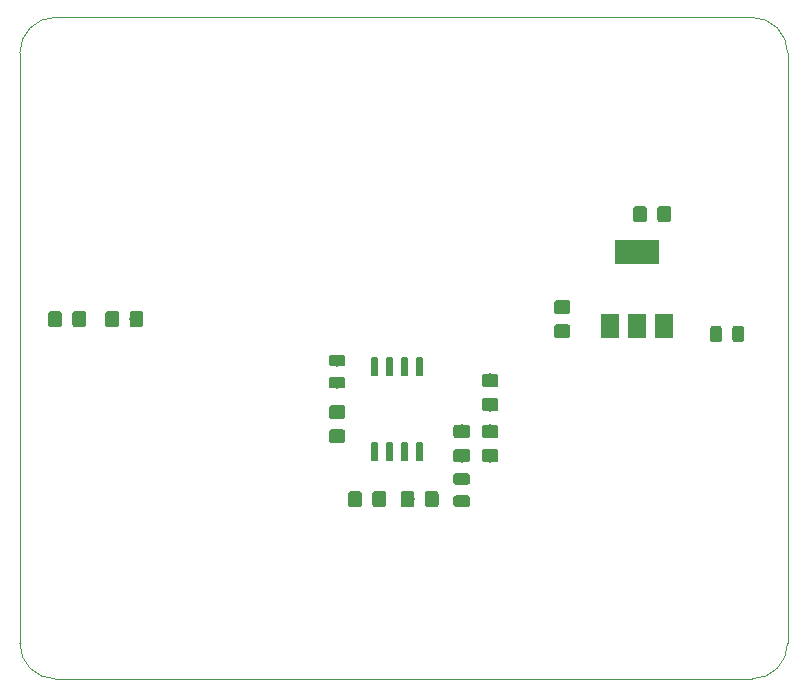
<source format=gbr>
%TF.GenerationSoftware,KiCad,Pcbnew,5.1.4-e60b266~84~ubuntu18.04.1*%
%TF.CreationDate,2019-11-04T19:33:46+01:00*%
%TF.ProjectId,FHSHat,46485348-6174-42e6-9b69-6361645f7063,rev?*%
%TF.SameCoordinates,Original*%
%TF.FileFunction,Paste,Top*%
%TF.FilePolarity,Positive*%
%FSLAX46Y46*%
G04 Gerber Fmt 4.6, Leading zero omitted, Abs format (unit mm)*
G04 Created by KiCad (PCBNEW 5.1.4-e60b266~84~ubuntu18.04.1) date 2019-11-04 19:33:46*
%MOMM*%
%LPD*%
G04 APERTURE LIST*
%ADD10C,0.100000*%
%ADD11C,0.150000*%
%ADD12C,1.150000*%
%ADD13R,1.500000X2.000000*%
%ADD14R,3.800000X2.000000*%
%ADD15C,0.975000*%
%ADD16C,0.600000*%
G04 APERTURE END LIST*
D10*
X78546356Y-63817611D02*
X78546356Y-113817611D01*
X78546356Y-63817611D02*
G75*
G02X81546356Y-60817611I3000000J0D01*
G01*
X140546356Y-60817611D02*
X81546356Y-60817611D01*
X140546356Y-60817611D02*
G75*
G02X143546356Y-63817611I0J-3000000D01*
G01*
X143546356Y-113817611D02*
X143546356Y-63817611D01*
X81546356Y-116817611D02*
G75*
G02X78546356Y-113817611I0J3000000D01*
G01*
X81546356Y-116817611D02*
X140546356Y-116817611D01*
X143546351Y-113822847D02*
G75*
G02X140546356Y-116817611I-2999995J5236D01*
G01*
D11*
G36*
X88759505Y-85661204D02*
G01*
X88783773Y-85664804D01*
X88807572Y-85670765D01*
X88830671Y-85679030D01*
X88852850Y-85689520D01*
X88873893Y-85702132D01*
X88893599Y-85716747D01*
X88911777Y-85733223D01*
X88928253Y-85751401D01*
X88942868Y-85771107D01*
X88955480Y-85792150D01*
X88965970Y-85814329D01*
X88974235Y-85837428D01*
X88980196Y-85861227D01*
X88983796Y-85885495D01*
X88985000Y-85909999D01*
X88985000Y-86810001D01*
X88983796Y-86834505D01*
X88980196Y-86858773D01*
X88974235Y-86882572D01*
X88965970Y-86905671D01*
X88955480Y-86927850D01*
X88942868Y-86948893D01*
X88928253Y-86968599D01*
X88911777Y-86986777D01*
X88893599Y-87003253D01*
X88873893Y-87017868D01*
X88852850Y-87030480D01*
X88830671Y-87040970D01*
X88807572Y-87049235D01*
X88783773Y-87055196D01*
X88759505Y-87058796D01*
X88735001Y-87060000D01*
X88084999Y-87060000D01*
X88060495Y-87058796D01*
X88036227Y-87055196D01*
X88012428Y-87049235D01*
X87989329Y-87040970D01*
X87967150Y-87030480D01*
X87946107Y-87017868D01*
X87926401Y-87003253D01*
X87908223Y-86986777D01*
X87891747Y-86968599D01*
X87877132Y-86948893D01*
X87864520Y-86927850D01*
X87854030Y-86905671D01*
X87845765Y-86882572D01*
X87839804Y-86858773D01*
X87836204Y-86834505D01*
X87835000Y-86810001D01*
X87835000Y-85909999D01*
X87836204Y-85885495D01*
X87839804Y-85861227D01*
X87845765Y-85837428D01*
X87854030Y-85814329D01*
X87864520Y-85792150D01*
X87877132Y-85771107D01*
X87891747Y-85751401D01*
X87908223Y-85733223D01*
X87926401Y-85716747D01*
X87946107Y-85702132D01*
X87967150Y-85689520D01*
X87989329Y-85679030D01*
X88012428Y-85670765D01*
X88036227Y-85664804D01*
X88060495Y-85661204D01*
X88084999Y-85660000D01*
X88735001Y-85660000D01*
X88759505Y-85661204D01*
X88759505Y-85661204D01*
G37*
D12*
X88410000Y-86360000D03*
D11*
G36*
X86709505Y-85661204D02*
G01*
X86733773Y-85664804D01*
X86757572Y-85670765D01*
X86780671Y-85679030D01*
X86802850Y-85689520D01*
X86823893Y-85702132D01*
X86843599Y-85716747D01*
X86861777Y-85733223D01*
X86878253Y-85751401D01*
X86892868Y-85771107D01*
X86905480Y-85792150D01*
X86915970Y-85814329D01*
X86924235Y-85837428D01*
X86930196Y-85861227D01*
X86933796Y-85885495D01*
X86935000Y-85909999D01*
X86935000Y-86810001D01*
X86933796Y-86834505D01*
X86930196Y-86858773D01*
X86924235Y-86882572D01*
X86915970Y-86905671D01*
X86905480Y-86927850D01*
X86892868Y-86948893D01*
X86878253Y-86968599D01*
X86861777Y-86986777D01*
X86843599Y-87003253D01*
X86823893Y-87017868D01*
X86802850Y-87030480D01*
X86780671Y-87040970D01*
X86757572Y-87049235D01*
X86733773Y-87055196D01*
X86709505Y-87058796D01*
X86685001Y-87060000D01*
X86034999Y-87060000D01*
X86010495Y-87058796D01*
X85986227Y-87055196D01*
X85962428Y-87049235D01*
X85939329Y-87040970D01*
X85917150Y-87030480D01*
X85896107Y-87017868D01*
X85876401Y-87003253D01*
X85858223Y-86986777D01*
X85841747Y-86968599D01*
X85827132Y-86948893D01*
X85814520Y-86927850D01*
X85804030Y-86905671D01*
X85795765Y-86882572D01*
X85789804Y-86858773D01*
X85786204Y-86834505D01*
X85785000Y-86810001D01*
X85785000Y-85909999D01*
X85786204Y-85885495D01*
X85789804Y-85861227D01*
X85795765Y-85837428D01*
X85804030Y-85814329D01*
X85814520Y-85792150D01*
X85827132Y-85771107D01*
X85841747Y-85751401D01*
X85858223Y-85733223D01*
X85876401Y-85716747D01*
X85896107Y-85702132D01*
X85917150Y-85689520D01*
X85939329Y-85679030D01*
X85962428Y-85670765D01*
X85986227Y-85664804D01*
X86010495Y-85661204D01*
X86034999Y-85660000D01*
X86685001Y-85660000D01*
X86709505Y-85661204D01*
X86709505Y-85661204D01*
G37*
D12*
X86360000Y-86360000D03*
D11*
G36*
X83924505Y-85661204D02*
G01*
X83948773Y-85664804D01*
X83972572Y-85670765D01*
X83995671Y-85679030D01*
X84017850Y-85689520D01*
X84038893Y-85702132D01*
X84058599Y-85716747D01*
X84076777Y-85733223D01*
X84093253Y-85751401D01*
X84107868Y-85771107D01*
X84120480Y-85792150D01*
X84130970Y-85814329D01*
X84139235Y-85837428D01*
X84145196Y-85861227D01*
X84148796Y-85885495D01*
X84150000Y-85909999D01*
X84150000Y-86810001D01*
X84148796Y-86834505D01*
X84145196Y-86858773D01*
X84139235Y-86882572D01*
X84130970Y-86905671D01*
X84120480Y-86927850D01*
X84107868Y-86948893D01*
X84093253Y-86968599D01*
X84076777Y-86986777D01*
X84058599Y-87003253D01*
X84038893Y-87017868D01*
X84017850Y-87030480D01*
X83995671Y-87040970D01*
X83972572Y-87049235D01*
X83948773Y-87055196D01*
X83924505Y-87058796D01*
X83900001Y-87060000D01*
X83249999Y-87060000D01*
X83225495Y-87058796D01*
X83201227Y-87055196D01*
X83177428Y-87049235D01*
X83154329Y-87040970D01*
X83132150Y-87030480D01*
X83111107Y-87017868D01*
X83091401Y-87003253D01*
X83073223Y-86986777D01*
X83056747Y-86968599D01*
X83042132Y-86948893D01*
X83029520Y-86927850D01*
X83019030Y-86905671D01*
X83010765Y-86882572D01*
X83004804Y-86858773D01*
X83001204Y-86834505D01*
X83000000Y-86810001D01*
X83000000Y-85909999D01*
X83001204Y-85885495D01*
X83004804Y-85861227D01*
X83010765Y-85837428D01*
X83019030Y-85814329D01*
X83029520Y-85792150D01*
X83042132Y-85771107D01*
X83056747Y-85751401D01*
X83073223Y-85733223D01*
X83091401Y-85716747D01*
X83111107Y-85702132D01*
X83132150Y-85689520D01*
X83154329Y-85679030D01*
X83177428Y-85670765D01*
X83201227Y-85664804D01*
X83225495Y-85661204D01*
X83249999Y-85660000D01*
X83900001Y-85660000D01*
X83924505Y-85661204D01*
X83924505Y-85661204D01*
G37*
D12*
X83575000Y-86360000D03*
D11*
G36*
X81874505Y-85661204D02*
G01*
X81898773Y-85664804D01*
X81922572Y-85670765D01*
X81945671Y-85679030D01*
X81967850Y-85689520D01*
X81988893Y-85702132D01*
X82008599Y-85716747D01*
X82026777Y-85733223D01*
X82043253Y-85751401D01*
X82057868Y-85771107D01*
X82070480Y-85792150D01*
X82080970Y-85814329D01*
X82089235Y-85837428D01*
X82095196Y-85861227D01*
X82098796Y-85885495D01*
X82100000Y-85909999D01*
X82100000Y-86810001D01*
X82098796Y-86834505D01*
X82095196Y-86858773D01*
X82089235Y-86882572D01*
X82080970Y-86905671D01*
X82070480Y-86927850D01*
X82057868Y-86948893D01*
X82043253Y-86968599D01*
X82026777Y-86986777D01*
X82008599Y-87003253D01*
X81988893Y-87017868D01*
X81967850Y-87030480D01*
X81945671Y-87040970D01*
X81922572Y-87049235D01*
X81898773Y-87055196D01*
X81874505Y-87058796D01*
X81850001Y-87060000D01*
X81199999Y-87060000D01*
X81175495Y-87058796D01*
X81151227Y-87055196D01*
X81127428Y-87049235D01*
X81104329Y-87040970D01*
X81082150Y-87030480D01*
X81061107Y-87017868D01*
X81041401Y-87003253D01*
X81023223Y-86986777D01*
X81006747Y-86968599D01*
X80992132Y-86948893D01*
X80979520Y-86927850D01*
X80969030Y-86905671D01*
X80960765Y-86882572D01*
X80954804Y-86858773D01*
X80951204Y-86834505D01*
X80950000Y-86810001D01*
X80950000Y-85909999D01*
X80951204Y-85885495D01*
X80954804Y-85861227D01*
X80960765Y-85837428D01*
X80969030Y-85814329D01*
X80979520Y-85792150D01*
X80992132Y-85771107D01*
X81006747Y-85751401D01*
X81023223Y-85733223D01*
X81041401Y-85716747D01*
X81061107Y-85702132D01*
X81082150Y-85689520D01*
X81104329Y-85679030D01*
X81127428Y-85670765D01*
X81151227Y-85664804D01*
X81175495Y-85661204D01*
X81199999Y-85660000D01*
X81850001Y-85660000D01*
X81874505Y-85661204D01*
X81874505Y-85661204D01*
G37*
D12*
X81525000Y-86360000D03*
D11*
G36*
X124934505Y-84761204D02*
G01*
X124958773Y-84764804D01*
X124982572Y-84770765D01*
X125005671Y-84779030D01*
X125027850Y-84789520D01*
X125048893Y-84802132D01*
X125068599Y-84816747D01*
X125086777Y-84833223D01*
X125103253Y-84851401D01*
X125117868Y-84871107D01*
X125130480Y-84892150D01*
X125140970Y-84914329D01*
X125149235Y-84937428D01*
X125155196Y-84961227D01*
X125158796Y-84985495D01*
X125160000Y-85009999D01*
X125160000Y-85660001D01*
X125158796Y-85684505D01*
X125155196Y-85708773D01*
X125149235Y-85732572D01*
X125140970Y-85755671D01*
X125130480Y-85777850D01*
X125117868Y-85798893D01*
X125103253Y-85818599D01*
X125086777Y-85836777D01*
X125068599Y-85853253D01*
X125048893Y-85867868D01*
X125027850Y-85880480D01*
X125005671Y-85890970D01*
X124982572Y-85899235D01*
X124958773Y-85905196D01*
X124934505Y-85908796D01*
X124910001Y-85910000D01*
X124009999Y-85910000D01*
X123985495Y-85908796D01*
X123961227Y-85905196D01*
X123937428Y-85899235D01*
X123914329Y-85890970D01*
X123892150Y-85880480D01*
X123871107Y-85867868D01*
X123851401Y-85853253D01*
X123833223Y-85836777D01*
X123816747Y-85818599D01*
X123802132Y-85798893D01*
X123789520Y-85777850D01*
X123779030Y-85755671D01*
X123770765Y-85732572D01*
X123764804Y-85708773D01*
X123761204Y-85684505D01*
X123760000Y-85660001D01*
X123760000Y-85009999D01*
X123761204Y-84985495D01*
X123764804Y-84961227D01*
X123770765Y-84937428D01*
X123779030Y-84914329D01*
X123789520Y-84892150D01*
X123802132Y-84871107D01*
X123816747Y-84851401D01*
X123833223Y-84833223D01*
X123851401Y-84816747D01*
X123871107Y-84802132D01*
X123892150Y-84789520D01*
X123914329Y-84779030D01*
X123937428Y-84770765D01*
X123961227Y-84764804D01*
X123985495Y-84761204D01*
X124009999Y-84760000D01*
X124910001Y-84760000D01*
X124934505Y-84761204D01*
X124934505Y-84761204D01*
G37*
D12*
X124460000Y-85335000D03*
D11*
G36*
X124934505Y-86811204D02*
G01*
X124958773Y-86814804D01*
X124982572Y-86820765D01*
X125005671Y-86829030D01*
X125027850Y-86839520D01*
X125048893Y-86852132D01*
X125068599Y-86866747D01*
X125086777Y-86883223D01*
X125103253Y-86901401D01*
X125117868Y-86921107D01*
X125130480Y-86942150D01*
X125140970Y-86964329D01*
X125149235Y-86987428D01*
X125155196Y-87011227D01*
X125158796Y-87035495D01*
X125160000Y-87059999D01*
X125160000Y-87710001D01*
X125158796Y-87734505D01*
X125155196Y-87758773D01*
X125149235Y-87782572D01*
X125140970Y-87805671D01*
X125130480Y-87827850D01*
X125117868Y-87848893D01*
X125103253Y-87868599D01*
X125086777Y-87886777D01*
X125068599Y-87903253D01*
X125048893Y-87917868D01*
X125027850Y-87930480D01*
X125005671Y-87940970D01*
X124982572Y-87949235D01*
X124958773Y-87955196D01*
X124934505Y-87958796D01*
X124910001Y-87960000D01*
X124009999Y-87960000D01*
X123985495Y-87958796D01*
X123961227Y-87955196D01*
X123937428Y-87949235D01*
X123914329Y-87940970D01*
X123892150Y-87930480D01*
X123871107Y-87917868D01*
X123851401Y-87903253D01*
X123833223Y-87886777D01*
X123816747Y-87868599D01*
X123802132Y-87848893D01*
X123789520Y-87827850D01*
X123779030Y-87805671D01*
X123770765Y-87782572D01*
X123764804Y-87758773D01*
X123761204Y-87734505D01*
X123760000Y-87710001D01*
X123760000Y-87059999D01*
X123761204Y-87035495D01*
X123764804Y-87011227D01*
X123770765Y-86987428D01*
X123779030Y-86964329D01*
X123789520Y-86942150D01*
X123802132Y-86921107D01*
X123816747Y-86901401D01*
X123833223Y-86883223D01*
X123851401Y-86866747D01*
X123871107Y-86852132D01*
X123892150Y-86839520D01*
X123914329Y-86829030D01*
X123937428Y-86820765D01*
X123961227Y-86814804D01*
X123985495Y-86811204D01*
X124009999Y-86810000D01*
X124910001Y-86810000D01*
X124934505Y-86811204D01*
X124934505Y-86811204D01*
G37*
D12*
X124460000Y-87385000D03*
D11*
G36*
X118838505Y-90984204D02*
G01*
X118862773Y-90987804D01*
X118886572Y-90993765D01*
X118909671Y-91002030D01*
X118931850Y-91012520D01*
X118952893Y-91025132D01*
X118972599Y-91039747D01*
X118990777Y-91056223D01*
X119007253Y-91074401D01*
X119021868Y-91094107D01*
X119034480Y-91115150D01*
X119044970Y-91137329D01*
X119053235Y-91160428D01*
X119059196Y-91184227D01*
X119062796Y-91208495D01*
X119064000Y-91232999D01*
X119064000Y-91883001D01*
X119062796Y-91907505D01*
X119059196Y-91931773D01*
X119053235Y-91955572D01*
X119044970Y-91978671D01*
X119034480Y-92000850D01*
X119021868Y-92021893D01*
X119007253Y-92041599D01*
X118990777Y-92059777D01*
X118972599Y-92076253D01*
X118952893Y-92090868D01*
X118931850Y-92103480D01*
X118909671Y-92113970D01*
X118886572Y-92122235D01*
X118862773Y-92128196D01*
X118838505Y-92131796D01*
X118814001Y-92133000D01*
X117913999Y-92133000D01*
X117889495Y-92131796D01*
X117865227Y-92128196D01*
X117841428Y-92122235D01*
X117818329Y-92113970D01*
X117796150Y-92103480D01*
X117775107Y-92090868D01*
X117755401Y-92076253D01*
X117737223Y-92059777D01*
X117720747Y-92041599D01*
X117706132Y-92021893D01*
X117693520Y-92000850D01*
X117683030Y-91978671D01*
X117674765Y-91955572D01*
X117668804Y-91931773D01*
X117665204Y-91907505D01*
X117664000Y-91883001D01*
X117664000Y-91232999D01*
X117665204Y-91208495D01*
X117668804Y-91184227D01*
X117674765Y-91160428D01*
X117683030Y-91137329D01*
X117693520Y-91115150D01*
X117706132Y-91094107D01*
X117720747Y-91074401D01*
X117737223Y-91056223D01*
X117755401Y-91039747D01*
X117775107Y-91025132D01*
X117796150Y-91012520D01*
X117818329Y-91002030D01*
X117841428Y-90993765D01*
X117865227Y-90987804D01*
X117889495Y-90984204D01*
X117913999Y-90983000D01*
X118814001Y-90983000D01*
X118838505Y-90984204D01*
X118838505Y-90984204D01*
G37*
D12*
X118364000Y-91558000D03*
D11*
G36*
X118838505Y-93034204D02*
G01*
X118862773Y-93037804D01*
X118886572Y-93043765D01*
X118909671Y-93052030D01*
X118931850Y-93062520D01*
X118952893Y-93075132D01*
X118972599Y-93089747D01*
X118990777Y-93106223D01*
X119007253Y-93124401D01*
X119021868Y-93144107D01*
X119034480Y-93165150D01*
X119044970Y-93187329D01*
X119053235Y-93210428D01*
X119059196Y-93234227D01*
X119062796Y-93258495D01*
X119064000Y-93282999D01*
X119064000Y-93933001D01*
X119062796Y-93957505D01*
X119059196Y-93981773D01*
X119053235Y-94005572D01*
X119044970Y-94028671D01*
X119034480Y-94050850D01*
X119021868Y-94071893D01*
X119007253Y-94091599D01*
X118990777Y-94109777D01*
X118972599Y-94126253D01*
X118952893Y-94140868D01*
X118931850Y-94153480D01*
X118909671Y-94163970D01*
X118886572Y-94172235D01*
X118862773Y-94178196D01*
X118838505Y-94181796D01*
X118814001Y-94183000D01*
X117913999Y-94183000D01*
X117889495Y-94181796D01*
X117865227Y-94178196D01*
X117841428Y-94172235D01*
X117818329Y-94163970D01*
X117796150Y-94153480D01*
X117775107Y-94140868D01*
X117755401Y-94126253D01*
X117737223Y-94109777D01*
X117720747Y-94091599D01*
X117706132Y-94071893D01*
X117693520Y-94050850D01*
X117683030Y-94028671D01*
X117674765Y-94005572D01*
X117668804Y-93981773D01*
X117665204Y-93957505D01*
X117664000Y-93933001D01*
X117664000Y-93282999D01*
X117665204Y-93258495D01*
X117668804Y-93234227D01*
X117674765Y-93210428D01*
X117683030Y-93187329D01*
X117693520Y-93165150D01*
X117706132Y-93144107D01*
X117720747Y-93124401D01*
X117737223Y-93106223D01*
X117755401Y-93089747D01*
X117775107Y-93075132D01*
X117796150Y-93062520D01*
X117818329Y-93052030D01*
X117841428Y-93043765D01*
X117865227Y-93037804D01*
X117889495Y-93034204D01*
X117913999Y-93033000D01*
X118814001Y-93033000D01*
X118838505Y-93034204D01*
X118838505Y-93034204D01*
G37*
D12*
X118364000Y-93608000D03*
D11*
G36*
X118838505Y-95302204D02*
G01*
X118862773Y-95305804D01*
X118886572Y-95311765D01*
X118909671Y-95320030D01*
X118931850Y-95330520D01*
X118952893Y-95343132D01*
X118972599Y-95357747D01*
X118990777Y-95374223D01*
X119007253Y-95392401D01*
X119021868Y-95412107D01*
X119034480Y-95433150D01*
X119044970Y-95455329D01*
X119053235Y-95478428D01*
X119059196Y-95502227D01*
X119062796Y-95526495D01*
X119064000Y-95550999D01*
X119064000Y-96201001D01*
X119062796Y-96225505D01*
X119059196Y-96249773D01*
X119053235Y-96273572D01*
X119044970Y-96296671D01*
X119034480Y-96318850D01*
X119021868Y-96339893D01*
X119007253Y-96359599D01*
X118990777Y-96377777D01*
X118972599Y-96394253D01*
X118952893Y-96408868D01*
X118931850Y-96421480D01*
X118909671Y-96431970D01*
X118886572Y-96440235D01*
X118862773Y-96446196D01*
X118838505Y-96449796D01*
X118814001Y-96451000D01*
X117913999Y-96451000D01*
X117889495Y-96449796D01*
X117865227Y-96446196D01*
X117841428Y-96440235D01*
X117818329Y-96431970D01*
X117796150Y-96421480D01*
X117775107Y-96408868D01*
X117755401Y-96394253D01*
X117737223Y-96377777D01*
X117720747Y-96359599D01*
X117706132Y-96339893D01*
X117693520Y-96318850D01*
X117683030Y-96296671D01*
X117674765Y-96273572D01*
X117668804Y-96249773D01*
X117665204Y-96225505D01*
X117664000Y-96201001D01*
X117664000Y-95550999D01*
X117665204Y-95526495D01*
X117668804Y-95502227D01*
X117674765Y-95478428D01*
X117683030Y-95455329D01*
X117693520Y-95433150D01*
X117706132Y-95412107D01*
X117720747Y-95392401D01*
X117737223Y-95374223D01*
X117755401Y-95357747D01*
X117775107Y-95343132D01*
X117796150Y-95330520D01*
X117818329Y-95320030D01*
X117841428Y-95311765D01*
X117865227Y-95305804D01*
X117889495Y-95302204D01*
X117913999Y-95301000D01*
X118814001Y-95301000D01*
X118838505Y-95302204D01*
X118838505Y-95302204D01*
G37*
D12*
X118364000Y-95876000D03*
D11*
G36*
X118838505Y-97352204D02*
G01*
X118862773Y-97355804D01*
X118886572Y-97361765D01*
X118909671Y-97370030D01*
X118931850Y-97380520D01*
X118952893Y-97393132D01*
X118972599Y-97407747D01*
X118990777Y-97424223D01*
X119007253Y-97442401D01*
X119021868Y-97462107D01*
X119034480Y-97483150D01*
X119044970Y-97505329D01*
X119053235Y-97528428D01*
X119059196Y-97552227D01*
X119062796Y-97576495D01*
X119064000Y-97600999D01*
X119064000Y-98251001D01*
X119062796Y-98275505D01*
X119059196Y-98299773D01*
X119053235Y-98323572D01*
X119044970Y-98346671D01*
X119034480Y-98368850D01*
X119021868Y-98389893D01*
X119007253Y-98409599D01*
X118990777Y-98427777D01*
X118972599Y-98444253D01*
X118952893Y-98458868D01*
X118931850Y-98471480D01*
X118909671Y-98481970D01*
X118886572Y-98490235D01*
X118862773Y-98496196D01*
X118838505Y-98499796D01*
X118814001Y-98501000D01*
X117913999Y-98501000D01*
X117889495Y-98499796D01*
X117865227Y-98496196D01*
X117841428Y-98490235D01*
X117818329Y-98481970D01*
X117796150Y-98471480D01*
X117775107Y-98458868D01*
X117755401Y-98444253D01*
X117737223Y-98427777D01*
X117720747Y-98409599D01*
X117706132Y-98389893D01*
X117693520Y-98368850D01*
X117683030Y-98346671D01*
X117674765Y-98323572D01*
X117668804Y-98299773D01*
X117665204Y-98275505D01*
X117664000Y-98251001D01*
X117664000Y-97600999D01*
X117665204Y-97576495D01*
X117668804Y-97552227D01*
X117674765Y-97528428D01*
X117683030Y-97505329D01*
X117693520Y-97483150D01*
X117706132Y-97462107D01*
X117720747Y-97442401D01*
X117737223Y-97424223D01*
X117755401Y-97407747D01*
X117775107Y-97393132D01*
X117796150Y-97380520D01*
X117818329Y-97370030D01*
X117841428Y-97361765D01*
X117865227Y-97355804D01*
X117889495Y-97352204D01*
X117913999Y-97351000D01*
X118814001Y-97351000D01*
X118838505Y-97352204D01*
X118838505Y-97352204D01*
G37*
D12*
X118364000Y-97926000D03*
D13*
X128510000Y-86970000D03*
X133110000Y-86970000D03*
X130810000Y-86970000D03*
D14*
X130810000Y-80670000D03*
D11*
G36*
X139635142Y-86931174D02*
G01*
X139658803Y-86934684D01*
X139682007Y-86940496D01*
X139704529Y-86948554D01*
X139726153Y-86958782D01*
X139746670Y-86971079D01*
X139765883Y-86985329D01*
X139783607Y-87001393D01*
X139799671Y-87019117D01*
X139813921Y-87038330D01*
X139826218Y-87058847D01*
X139836446Y-87080471D01*
X139844504Y-87102993D01*
X139850316Y-87126197D01*
X139853826Y-87149858D01*
X139855000Y-87173750D01*
X139855000Y-88086250D01*
X139853826Y-88110142D01*
X139850316Y-88133803D01*
X139844504Y-88157007D01*
X139836446Y-88179529D01*
X139826218Y-88201153D01*
X139813921Y-88221670D01*
X139799671Y-88240883D01*
X139783607Y-88258607D01*
X139765883Y-88274671D01*
X139746670Y-88288921D01*
X139726153Y-88301218D01*
X139704529Y-88311446D01*
X139682007Y-88319504D01*
X139658803Y-88325316D01*
X139635142Y-88328826D01*
X139611250Y-88330000D01*
X139123750Y-88330000D01*
X139099858Y-88328826D01*
X139076197Y-88325316D01*
X139052993Y-88319504D01*
X139030471Y-88311446D01*
X139008847Y-88301218D01*
X138988330Y-88288921D01*
X138969117Y-88274671D01*
X138951393Y-88258607D01*
X138935329Y-88240883D01*
X138921079Y-88221670D01*
X138908782Y-88201153D01*
X138898554Y-88179529D01*
X138890496Y-88157007D01*
X138884684Y-88133803D01*
X138881174Y-88110142D01*
X138880000Y-88086250D01*
X138880000Y-87173750D01*
X138881174Y-87149858D01*
X138884684Y-87126197D01*
X138890496Y-87102993D01*
X138898554Y-87080471D01*
X138908782Y-87058847D01*
X138921079Y-87038330D01*
X138935329Y-87019117D01*
X138951393Y-87001393D01*
X138969117Y-86985329D01*
X138988330Y-86971079D01*
X139008847Y-86958782D01*
X139030471Y-86948554D01*
X139052993Y-86940496D01*
X139076197Y-86934684D01*
X139099858Y-86931174D01*
X139123750Y-86930000D01*
X139611250Y-86930000D01*
X139635142Y-86931174D01*
X139635142Y-86931174D01*
G37*
D15*
X139367500Y-87630000D03*
D11*
G36*
X137760142Y-86931174D02*
G01*
X137783803Y-86934684D01*
X137807007Y-86940496D01*
X137829529Y-86948554D01*
X137851153Y-86958782D01*
X137871670Y-86971079D01*
X137890883Y-86985329D01*
X137908607Y-87001393D01*
X137924671Y-87019117D01*
X137938921Y-87038330D01*
X137951218Y-87058847D01*
X137961446Y-87080471D01*
X137969504Y-87102993D01*
X137975316Y-87126197D01*
X137978826Y-87149858D01*
X137980000Y-87173750D01*
X137980000Y-88086250D01*
X137978826Y-88110142D01*
X137975316Y-88133803D01*
X137969504Y-88157007D01*
X137961446Y-88179529D01*
X137951218Y-88201153D01*
X137938921Y-88221670D01*
X137924671Y-88240883D01*
X137908607Y-88258607D01*
X137890883Y-88274671D01*
X137871670Y-88288921D01*
X137851153Y-88301218D01*
X137829529Y-88311446D01*
X137807007Y-88319504D01*
X137783803Y-88325316D01*
X137760142Y-88328826D01*
X137736250Y-88330000D01*
X137248750Y-88330000D01*
X137224858Y-88328826D01*
X137201197Y-88325316D01*
X137177993Y-88319504D01*
X137155471Y-88311446D01*
X137133847Y-88301218D01*
X137113330Y-88288921D01*
X137094117Y-88274671D01*
X137076393Y-88258607D01*
X137060329Y-88240883D01*
X137046079Y-88221670D01*
X137033782Y-88201153D01*
X137023554Y-88179529D01*
X137015496Y-88157007D01*
X137009684Y-88133803D01*
X137006174Y-88110142D01*
X137005000Y-88086250D01*
X137005000Y-87173750D01*
X137006174Y-87149858D01*
X137009684Y-87126197D01*
X137015496Y-87102993D01*
X137023554Y-87080471D01*
X137033782Y-87058847D01*
X137046079Y-87038330D01*
X137060329Y-87019117D01*
X137076393Y-87001393D01*
X137094117Y-86985329D01*
X137113330Y-86971079D01*
X137133847Y-86958782D01*
X137155471Y-86948554D01*
X137177993Y-86940496D01*
X137201197Y-86934684D01*
X137224858Y-86931174D01*
X137248750Y-86930000D01*
X137736250Y-86930000D01*
X137760142Y-86931174D01*
X137760142Y-86931174D01*
G37*
D15*
X137492500Y-87630000D03*
D11*
G36*
X105890142Y-91256174D02*
G01*
X105913803Y-91259684D01*
X105937007Y-91265496D01*
X105959529Y-91273554D01*
X105981153Y-91283782D01*
X106001670Y-91296079D01*
X106020883Y-91310329D01*
X106038607Y-91326393D01*
X106054671Y-91344117D01*
X106068921Y-91363330D01*
X106081218Y-91383847D01*
X106091446Y-91405471D01*
X106099504Y-91427993D01*
X106105316Y-91451197D01*
X106108826Y-91474858D01*
X106110000Y-91498750D01*
X106110000Y-91986250D01*
X106108826Y-92010142D01*
X106105316Y-92033803D01*
X106099504Y-92057007D01*
X106091446Y-92079529D01*
X106081218Y-92101153D01*
X106068921Y-92121670D01*
X106054671Y-92140883D01*
X106038607Y-92158607D01*
X106020883Y-92174671D01*
X106001670Y-92188921D01*
X105981153Y-92201218D01*
X105959529Y-92211446D01*
X105937007Y-92219504D01*
X105913803Y-92225316D01*
X105890142Y-92228826D01*
X105866250Y-92230000D01*
X104953750Y-92230000D01*
X104929858Y-92228826D01*
X104906197Y-92225316D01*
X104882993Y-92219504D01*
X104860471Y-92211446D01*
X104838847Y-92201218D01*
X104818330Y-92188921D01*
X104799117Y-92174671D01*
X104781393Y-92158607D01*
X104765329Y-92140883D01*
X104751079Y-92121670D01*
X104738782Y-92101153D01*
X104728554Y-92079529D01*
X104720496Y-92057007D01*
X104714684Y-92033803D01*
X104711174Y-92010142D01*
X104710000Y-91986250D01*
X104710000Y-91498750D01*
X104711174Y-91474858D01*
X104714684Y-91451197D01*
X104720496Y-91427993D01*
X104728554Y-91405471D01*
X104738782Y-91383847D01*
X104751079Y-91363330D01*
X104765329Y-91344117D01*
X104781393Y-91326393D01*
X104799117Y-91310329D01*
X104818330Y-91296079D01*
X104838847Y-91283782D01*
X104860471Y-91273554D01*
X104882993Y-91265496D01*
X104906197Y-91259684D01*
X104929858Y-91256174D01*
X104953750Y-91255000D01*
X105866250Y-91255000D01*
X105890142Y-91256174D01*
X105890142Y-91256174D01*
G37*
D15*
X105410000Y-91742500D03*
D11*
G36*
X105890142Y-89381174D02*
G01*
X105913803Y-89384684D01*
X105937007Y-89390496D01*
X105959529Y-89398554D01*
X105981153Y-89408782D01*
X106001670Y-89421079D01*
X106020883Y-89435329D01*
X106038607Y-89451393D01*
X106054671Y-89469117D01*
X106068921Y-89488330D01*
X106081218Y-89508847D01*
X106091446Y-89530471D01*
X106099504Y-89552993D01*
X106105316Y-89576197D01*
X106108826Y-89599858D01*
X106110000Y-89623750D01*
X106110000Y-90111250D01*
X106108826Y-90135142D01*
X106105316Y-90158803D01*
X106099504Y-90182007D01*
X106091446Y-90204529D01*
X106081218Y-90226153D01*
X106068921Y-90246670D01*
X106054671Y-90265883D01*
X106038607Y-90283607D01*
X106020883Y-90299671D01*
X106001670Y-90313921D01*
X105981153Y-90326218D01*
X105959529Y-90336446D01*
X105937007Y-90344504D01*
X105913803Y-90350316D01*
X105890142Y-90353826D01*
X105866250Y-90355000D01*
X104953750Y-90355000D01*
X104929858Y-90353826D01*
X104906197Y-90350316D01*
X104882993Y-90344504D01*
X104860471Y-90336446D01*
X104838847Y-90326218D01*
X104818330Y-90313921D01*
X104799117Y-90299671D01*
X104781393Y-90283607D01*
X104765329Y-90265883D01*
X104751079Y-90246670D01*
X104738782Y-90226153D01*
X104728554Y-90204529D01*
X104720496Y-90182007D01*
X104714684Y-90158803D01*
X104711174Y-90135142D01*
X104710000Y-90111250D01*
X104710000Y-89623750D01*
X104711174Y-89599858D01*
X104714684Y-89576197D01*
X104720496Y-89552993D01*
X104728554Y-89530471D01*
X104738782Y-89508847D01*
X104751079Y-89488330D01*
X104765329Y-89469117D01*
X104781393Y-89451393D01*
X104799117Y-89435329D01*
X104818330Y-89421079D01*
X104838847Y-89408782D01*
X104860471Y-89398554D01*
X104882993Y-89390496D01*
X104906197Y-89384684D01*
X104929858Y-89381174D01*
X104953750Y-89380000D01*
X105866250Y-89380000D01*
X105890142Y-89381174D01*
X105890142Y-89381174D01*
G37*
D15*
X105410000Y-89867500D03*
D11*
G36*
X116431142Y-99414174D02*
G01*
X116454803Y-99417684D01*
X116478007Y-99423496D01*
X116500529Y-99431554D01*
X116522153Y-99441782D01*
X116542670Y-99454079D01*
X116561883Y-99468329D01*
X116579607Y-99484393D01*
X116595671Y-99502117D01*
X116609921Y-99521330D01*
X116622218Y-99541847D01*
X116632446Y-99563471D01*
X116640504Y-99585993D01*
X116646316Y-99609197D01*
X116649826Y-99632858D01*
X116651000Y-99656750D01*
X116651000Y-100144250D01*
X116649826Y-100168142D01*
X116646316Y-100191803D01*
X116640504Y-100215007D01*
X116632446Y-100237529D01*
X116622218Y-100259153D01*
X116609921Y-100279670D01*
X116595671Y-100298883D01*
X116579607Y-100316607D01*
X116561883Y-100332671D01*
X116542670Y-100346921D01*
X116522153Y-100359218D01*
X116500529Y-100369446D01*
X116478007Y-100377504D01*
X116454803Y-100383316D01*
X116431142Y-100386826D01*
X116407250Y-100388000D01*
X115494750Y-100388000D01*
X115470858Y-100386826D01*
X115447197Y-100383316D01*
X115423993Y-100377504D01*
X115401471Y-100369446D01*
X115379847Y-100359218D01*
X115359330Y-100346921D01*
X115340117Y-100332671D01*
X115322393Y-100316607D01*
X115306329Y-100298883D01*
X115292079Y-100279670D01*
X115279782Y-100259153D01*
X115269554Y-100237529D01*
X115261496Y-100215007D01*
X115255684Y-100191803D01*
X115252174Y-100168142D01*
X115251000Y-100144250D01*
X115251000Y-99656750D01*
X115252174Y-99632858D01*
X115255684Y-99609197D01*
X115261496Y-99585993D01*
X115269554Y-99563471D01*
X115279782Y-99541847D01*
X115292079Y-99521330D01*
X115306329Y-99502117D01*
X115322393Y-99484393D01*
X115340117Y-99468329D01*
X115359330Y-99454079D01*
X115379847Y-99441782D01*
X115401471Y-99431554D01*
X115423993Y-99423496D01*
X115447197Y-99417684D01*
X115470858Y-99414174D01*
X115494750Y-99413000D01*
X116407250Y-99413000D01*
X116431142Y-99414174D01*
X116431142Y-99414174D01*
G37*
D15*
X115951000Y-99900500D03*
D11*
G36*
X116431142Y-101289174D02*
G01*
X116454803Y-101292684D01*
X116478007Y-101298496D01*
X116500529Y-101306554D01*
X116522153Y-101316782D01*
X116542670Y-101329079D01*
X116561883Y-101343329D01*
X116579607Y-101359393D01*
X116595671Y-101377117D01*
X116609921Y-101396330D01*
X116622218Y-101416847D01*
X116632446Y-101438471D01*
X116640504Y-101460993D01*
X116646316Y-101484197D01*
X116649826Y-101507858D01*
X116651000Y-101531750D01*
X116651000Y-102019250D01*
X116649826Y-102043142D01*
X116646316Y-102066803D01*
X116640504Y-102090007D01*
X116632446Y-102112529D01*
X116622218Y-102134153D01*
X116609921Y-102154670D01*
X116595671Y-102173883D01*
X116579607Y-102191607D01*
X116561883Y-102207671D01*
X116542670Y-102221921D01*
X116522153Y-102234218D01*
X116500529Y-102244446D01*
X116478007Y-102252504D01*
X116454803Y-102258316D01*
X116431142Y-102261826D01*
X116407250Y-102263000D01*
X115494750Y-102263000D01*
X115470858Y-102261826D01*
X115447197Y-102258316D01*
X115423993Y-102252504D01*
X115401471Y-102244446D01*
X115379847Y-102234218D01*
X115359330Y-102221921D01*
X115340117Y-102207671D01*
X115322393Y-102191607D01*
X115306329Y-102173883D01*
X115292079Y-102154670D01*
X115279782Y-102134153D01*
X115269554Y-102112529D01*
X115261496Y-102090007D01*
X115255684Y-102066803D01*
X115252174Y-102043142D01*
X115251000Y-102019250D01*
X115251000Y-101531750D01*
X115252174Y-101507858D01*
X115255684Y-101484197D01*
X115261496Y-101460993D01*
X115269554Y-101438471D01*
X115279782Y-101416847D01*
X115292079Y-101396330D01*
X115306329Y-101377117D01*
X115322393Y-101359393D01*
X115340117Y-101343329D01*
X115359330Y-101329079D01*
X115379847Y-101316782D01*
X115401471Y-101306554D01*
X115423993Y-101298496D01*
X115447197Y-101292684D01*
X115470858Y-101289174D01*
X115494750Y-101288000D01*
X116407250Y-101288000D01*
X116431142Y-101289174D01*
X116431142Y-101289174D01*
G37*
D15*
X115951000Y-101775500D03*
D11*
G36*
X133454505Y-76771204D02*
G01*
X133478773Y-76774804D01*
X133502572Y-76780765D01*
X133525671Y-76789030D01*
X133547850Y-76799520D01*
X133568893Y-76812132D01*
X133588599Y-76826747D01*
X133606777Y-76843223D01*
X133623253Y-76861401D01*
X133637868Y-76881107D01*
X133650480Y-76902150D01*
X133660970Y-76924329D01*
X133669235Y-76947428D01*
X133675196Y-76971227D01*
X133678796Y-76995495D01*
X133680000Y-77019999D01*
X133680000Y-77920001D01*
X133678796Y-77944505D01*
X133675196Y-77968773D01*
X133669235Y-77992572D01*
X133660970Y-78015671D01*
X133650480Y-78037850D01*
X133637868Y-78058893D01*
X133623253Y-78078599D01*
X133606777Y-78096777D01*
X133588599Y-78113253D01*
X133568893Y-78127868D01*
X133547850Y-78140480D01*
X133525671Y-78150970D01*
X133502572Y-78159235D01*
X133478773Y-78165196D01*
X133454505Y-78168796D01*
X133430001Y-78170000D01*
X132779999Y-78170000D01*
X132755495Y-78168796D01*
X132731227Y-78165196D01*
X132707428Y-78159235D01*
X132684329Y-78150970D01*
X132662150Y-78140480D01*
X132641107Y-78127868D01*
X132621401Y-78113253D01*
X132603223Y-78096777D01*
X132586747Y-78078599D01*
X132572132Y-78058893D01*
X132559520Y-78037850D01*
X132549030Y-78015671D01*
X132540765Y-77992572D01*
X132534804Y-77968773D01*
X132531204Y-77944505D01*
X132530000Y-77920001D01*
X132530000Y-77019999D01*
X132531204Y-76995495D01*
X132534804Y-76971227D01*
X132540765Y-76947428D01*
X132549030Y-76924329D01*
X132559520Y-76902150D01*
X132572132Y-76881107D01*
X132586747Y-76861401D01*
X132603223Y-76843223D01*
X132621401Y-76826747D01*
X132641107Y-76812132D01*
X132662150Y-76799520D01*
X132684329Y-76789030D01*
X132707428Y-76780765D01*
X132731227Y-76774804D01*
X132755495Y-76771204D01*
X132779999Y-76770000D01*
X133430001Y-76770000D01*
X133454505Y-76771204D01*
X133454505Y-76771204D01*
G37*
D12*
X133105000Y-77470000D03*
D11*
G36*
X131404505Y-76771204D02*
G01*
X131428773Y-76774804D01*
X131452572Y-76780765D01*
X131475671Y-76789030D01*
X131497850Y-76799520D01*
X131518893Y-76812132D01*
X131538599Y-76826747D01*
X131556777Y-76843223D01*
X131573253Y-76861401D01*
X131587868Y-76881107D01*
X131600480Y-76902150D01*
X131610970Y-76924329D01*
X131619235Y-76947428D01*
X131625196Y-76971227D01*
X131628796Y-76995495D01*
X131630000Y-77019999D01*
X131630000Y-77920001D01*
X131628796Y-77944505D01*
X131625196Y-77968773D01*
X131619235Y-77992572D01*
X131610970Y-78015671D01*
X131600480Y-78037850D01*
X131587868Y-78058893D01*
X131573253Y-78078599D01*
X131556777Y-78096777D01*
X131538599Y-78113253D01*
X131518893Y-78127868D01*
X131497850Y-78140480D01*
X131475671Y-78150970D01*
X131452572Y-78159235D01*
X131428773Y-78165196D01*
X131404505Y-78168796D01*
X131380001Y-78170000D01*
X130729999Y-78170000D01*
X130705495Y-78168796D01*
X130681227Y-78165196D01*
X130657428Y-78159235D01*
X130634329Y-78150970D01*
X130612150Y-78140480D01*
X130591107Y-78127868D01*
X130571401Y-78113253D01*
X130553223Y-78096777D01*
X130536747Y-78078599D01*
X130522132Y-78058893D01*
X130509520Y-78037850D01*
X130499030Y-78015671D01*
X130490765Y-77992572D01*
X130484804Y-77968773D01*
X130481204Y-77944505D01*
X130480000Y-77920001D01*
X130480000Y-77019999D01*
X130481204Y-76995495D01*
X130484804Y-76971227D01*
X130490765Y-76947428D01*
X130499030Y-76924329D01*
X130509520Y-76902150D01*
X130522132Y-76881107D01*
X130536747Y-76861401D01*
X130553223Y-76843223D01*
X130571401Y-76826747D01*
X130591107Y-76812132D01*
X130612150Y-76799520D01*
X130634329Y-76789030D01*
X130657428Y-76780765D01*
X130681227Y-76774804D01*
X130705495Y-76771204D01*
X130729999Y-76770000D01*
X131380001Y-76770000D01*
X131404505Y-76771204D01*
X131404505Y-76771204D01*
G37*
D12*
X131055000Y-77470000D03*
D11*
G36*
X105884505Y-95701204D02*
G01*
X105908773Y-95704804D01*
X105932572Y-95710765D01*
X105955671Y-95719030D01*
X105977850Y-95729520D01*
X105998893Y-95742132D01*
X106018599Y-95756747D01*
X106036777Y-95773223D01*
X106053253Y-95791401D01*
X106067868Y-95811107D01*
X106080480Y-95832150D01*
X106090970Y-95854329D01*
X106099235Y-95877428D01*
X106105196Y-95901227D01*
X106108796Y-95925495D01*
X106110000Y-95949999D01*
X106110000Y-96600001D01*
X106108796Y-96624505D01*
X106105196Y-96648773D01*
X106099235Y-96672572D01*
X106090970Y-96695671D01*
X106080480Y-96717850D01*
X106067868Y-96738893D01*
X106053253Y-96758599D01*
X106036777Y-96776777D01*
X106018599Y-96793253D01*
X105998893Y-96807868D01*
X105977850Y-96820480D01*
X105955671Y-96830970D01*
X105932572Y-96839235D01*
X105908773Y-96845196D01*
X105884505Y-96848796D01*
X105860001Y-96850000D01*
X104959999Y-96850000D01*
X104935495Y-96848796D01*
X104911227Y-96845196D01*
X104887428Y-96839235D01*
X104864329Y-96830970D01*
X104842150Y-96820480D01*
X104821107Y-96807868D01*
X104801401Y-96793253D01*
X104783223Y-96776777D01*
X104766747Y-96758599D01*
X104752132Y-96738893D01*
X104739520Y-96717850D01*
X104729030Y-96695671D01*
X104720765Y-96672572D01*
X104714804Y-96648773D01*
X104711204Y-96624505D01*
X104710000Y-96600001D01*
X104710000Y-95949999D01*
X104711204Y-95925495D01*
X104714804Y-95901227D01*
X104720765Y-95877428D01*
X104729030Y-95854329D01*
X104739520Y-95832150D01*
X104752132Y-95811107D01*
X104766747Y-95791401D01*
X104783223Y-95773223D01*
X104801401Y-95756747D01*
X104821107Y-95742132D01*
X104842150Y-95729520D01*
X104864329Y-95719030D01*
X104887428Y-95710765D01*
X104911227Y-95704804D01*
X104935495Y-95701204D01*
X104959999Y-95700000D01*
X105860001Y-95700000D01*
X105884505Y-95701204D01*
X105884505Y-95701204D01*
G37*
D12*
X105410000Y-96275000D03*
D11*
G36*
X105884505Y-93651204D02*
G01*
X105908773Y-93654804D01*
X105932572Y-93660765D01*
X105955671Y-93669030D01*
X105977850Y-93679520D01*
X105998893Y-93692132D01*
X106018599Y-93706747D01*
X106036777Y-93723223D01*
X106053253Y-93741401D01*
X106067868Y-93761107D01*
X106080480Y-93782150D01*
X106090970Y-93804329D01*
X106099235Y-93827428D01*
X106105196Y-93851227D01*
X106108796Y-93875495D01*
X106110000Y-93899999D01*
X106110000Y-94550001D01*
X106108796Y-94574505D01*
X106105196Y-94598773D01*
X106099235Y-94622572D01*
X106090970Y-94645671D01*
X106080480Y-94667850D01*
X106067868Y-94688893D01*
X106053253Y-94708599D01*
X106036777Y-94726777D01*
X106018599Y-94743253D01*
X105998893Y-94757868D01*
X105977850Y-94770480D01*
X105955671Y-94780970D01*
X105932572Y-94789235D01*
X105908773Y-94795196D01*
X105884505Y-94798796D01*
X105860001Y-94800000D01*
X104959999Y-94800000D01*
X104935495Y-94798796D01*
X104911227Y-94795196D01*
X104887428Y-94789235D01*
X104864329Y-94780970D01*
X104842150Y-94770480D01*
X104821107Y-94757868D01*
X104801401Y-94743253D01*
X104783223Y-94726777D01*
X104766747Y-94708599D01*
X104752132Y-94688893D01*
X104739520Y-94667850D01*
X104729030Y-94645671D01*
X104720765Y-94622572D01*
X104714804Y-94598773D01*
X104711204Y-94574505D01*
X104710000Y-94550001D01*
X104710000Y-93899999D01*
X104711204Y-93875495D01*
X104714804Y-93851227D01*
X104720765Y-93827428D01*
X104729030Y-93804329D01*
X104739520Y-93782150D01*
X104752132Y-93761107D01*
X104766747Y-93741401D01*
X104783223Y-93723223D01*
X104801401Y-93706747D01*
X104821107Y-93692132D01*
X104842150Y-93679520D01*
X104864329Y-93669030D01*
X104887428Y-93660765D01*
X104911227Y-93654804D01*
X104935495Y-93651204D01*
X104959999Y-93650000D01*
X105860001Y-93650000D01*
X105884505Y-93651204D01*
X105884505Y-93651204D01*
G37*
D12*
X105410000Y-94225000D03*
D11*
G36*
X109324505Y-100901204D02*
G01*
X109348773Y-100904804D01*
X109372572Y-100910765D01*
X109395671Y-100919030D01*
X109417850Y-100929520D01*
X109438893Y-100942132D01*
X109458599Y-100956747D01*
X109476777Y-100973223D01*
X109493253Y-100991401D01*
X109507868Y-101011107D01*
X109520480Y-101032150D01*
X109530970Y-101054329D01*
X109539235Y-101077428D01*
X109545196Y-101101227D01*
X109548796Y-101125495D01*
X109550000Y-101149999D01*
X109550000Y-102050001D01*
X109548796Y-102074505D01*
X109545196Y-102098773D01*
X109539235Y-102122572D01*
X109530970Y-102145671D01*
X109520480Y-102167850D01*
X109507868Y-102188893D01*
X109493253Y-102208599D01*
X109476777Y-102226777D01*
X109458599Y-102243253D01*
X109438893Y-102257868D01*
X109417850Y-102270480D01*
X109395671Y-102280970D01*
X109372572Y-102289235D01*
X109348773Y-102295196D01*
X109324505Y-102298796D01*
X109300001Y-102300000D01*
X108649999Y-102300000D01*
X108625495Y-102298796D01*
X108601227Y-102295196D01*
X108577428Y-102289235D01*
X108554329Y-102280970D01*
X108532150Y-102270480D01*
X108511107Y-102257868D01*
X108491401Y-102243253D01*
X108473223Y-102226777D01*
X108456747Y-102208599D01*
X108442132Y-102188893D01*
X108429520Y-102167850D01*
X108419030Y-102145671D01*
X108410765Y-102122572D01*
X108404804Y-102098773D01*
X108401204Y-102074505D01*
X108400000Y-102050001D01*
X108400000Y-101149999D01*
X108401204Y-101125495D01*
X108404804Y-101101227D01*
X108410765Y-101077428D01*
X108419030Y-101054329D01*
X108429520Y-101032150D01*
X108442132Y-101011107D01*
X108456747Y-100991401D01*
X108473223Y-100973223D01*
X108491401Y-100956747D01*
X108511107Y-100942132D01*
X108532150Y-100929520D01*
X108554329Y-100919030D01*
X108577428Y-100910765D01*
X108601227Y-100904804D01*
X108625495Y-100901204D01*
X108649999Y-100900000D01*
X109300001Y-100900000D01*
X109324505Y-100901204D01*
X109324505Y-100901204D01*
G37*
D12*
X108975000Y-101600000D03*
D11*
G36*
X107274505Y-100901204D02*
G01*
X107298773Y-100904804D01*
X107322572Y-100910765D01*
X107345671Y-100919030D01*
X107367850Y-100929520D01*
X107388893Y-100942132D01*
X107408599Y-100956747D01*
X107426777Y-100973223D01*
X107443253Y-100991401D01*
X107457868Y-101011107D01*
X107470480Y-101032150D01*
X107480970Y-101054329D01*
X107489235Y-101077428D01*
X107495196Y-101101227D01*
X107498796Y-101125495D01*
X107500000Y-101149999D01*
X107500000Y-102050001D01*
X107498796Y-102074505D01*
X107495196Y-102098773D01*
X107489235Y-102122572D01*
X107480970Y-102145671D01*
X107470480Y-102167850D01*
X107457868Y-102188893D01*
X107443253Y-102208599D01*
X107426777Y-102226777D01*
X107408599Y-102243253D01*
X107388893Y-102257868D01*
X107367850Y-102270480D01*
X107345671Y-102280970D01*
X107322572Y-102289235D01*
X107298773Y-102295196D01*
X107274505Y-102298796D01*
X107250001Y-102300000D01*
X106599999Y-102300000D01*
X106575495Y-102298796D01*
X106551227Y-102295196D01*
X106527428Y-102289235D01*
X106504329Y-102280970D01*
X106482150Y-102270480D01*
X106461107Y-102257868D01*
X106441401Y-102243253D01*
X106423223Y-102226777D01*
X106406747Y-102208599D01*
X106392132Y-102188893D01*
X106379520Y-102167850D01*
X106369030Y-102145671D01*
X106360765Y-102122572D01*
X106354804Y-102098773D01*
X106351204Y-102074505D01*
X106350000Y-102050001D01*
X106350000Y-101149999D01*
X106351204Y-101125495D01*
X106354804Y-101101227D01*
X106360765Y-101077428D01*
X106369030Y-101054329D01*
X106379520Y-101032150D01*
X106392132Y-101011107D01*
X106406747Y-100991401D01*
X106423223Y-100973223D01*
X106441401Y-100956747D01*
X106461107Y-100942132D01*
X106482150Y-100929520D01*
X106504329Y-100919030D01*
X106527428Y-100910765D01*
X106551227Y-100904804D01*
X106575495Y-100901204D01*
X106599999Y-100900000D01*
X107250001Y-100900000D01*
X107274505Y-100901204D01*
X107274505Y-100901204D01*
G37*
D12*
X106925000Y-101600000D03*
D11*
G36*
X113769505Y-100901204D02*
G01*
X113793773Y-100904804D01*
X113817572Y-100910765D01*
X113840671Y-100919030D01*
X113862850Y-100929520D01*
X113883893Y-100942132D01*
X113903599Y-100956747D01*
X113921777Y-100973223D01*
X113938253Y-100991401D01*
X113952868Y-101011107D01*
X113965480Y-101032150D01*
X113975970Y-101054329D01*
X113984235Y-101077428D01*
X113990196Y-101101227D01*
X113993796Y-101125495D01*
X113995000Y-101149999D01*
X113995000Y-102050001D01*
X113993796Y-102074505D01*
X113990196Y-102098773D01*
X113984235Y-102122572D01*
X113975970Y-102145671D01*
X113965480Y-102167850D01*
X113952868Y-102188893D01*
X113938253Y-102208599D01*
X113921777Y-102226777D01*
X113903599Y-102243253D01*
X113883893Y-102257868D01*
X113862850Y-102270480D01*
X113840671Y-102280970D01*
X113817572Y-102289235D01*
X113793773Y-102295196D01*
X113769505Y-102298796D01*
X113745001Y-102300000D01*
X113094999Y-102300000D01*
X113070495Y-102298796D01*
X113046227Y-102295196D01*
X113022428Y-102289235D01*
X112999329Y-102280970D01*
X112977150Y-102270480D01*
X112956107Y-102257868D01*
X112936401Y-102243253D01*
X112918223Y-102226777D01*
X112901747Y-102208599D01*
X112887132Y-102188893D01*
X112874520Y-102167850D01*
X112864030Y-102145671D01*
X112855765Y-102122572D01*
X112849804Y-102098773D01*
X112846204Y-102074505D01*
X112845000Y-102050001D01*
X112845000Y-101149999D01*
X112846204Y-101125495D01*
X112849804Y-101101227D01*
X112855765Y-101077428D01*
X112864030Y-101054329D01*
X112874520Y-101032150D01*
X112887132Y-101011107D01*
X112901747Y-100991401D01*
X112918223Y-100973223D01*
X112936401Y-100956747D01*
X112956107Y-100942132D01*
X112977150Y-100929520D01*
X112999329Y-100919030D01*
X113022428Y-100910765D01*
X113046227Y-100904804D01*
X113070495Y-100901204D01*
X113094999Y-100900000D01*
X113745001Y-100900000D01*
X113769505Y-100901204D01*
X113769505Y-100901204D01*
G37*
D12*
X113420000Y-101600000D03*
D11*
G36*
X111719505Y-100901204D02*
G01*
X111743773Y-100904804D01*
X111767572Y-100910765D01*
X111790671Y-100919030D01*
X111812850Y-100929520D01*
X111833893Y-100942132D01*
X111853599Y-100956747D01*
X111871777Y-100973223D01*
X111888253Y-100991401D01*
X111902868Y-101011107D01*
X111915480Y-101032150D01*
X111925970Y-101054329D01*
X111934235Y-101077428D01*
X111940196Y-101101227D01*
X111943796Y-101125495D01*
X111945000Y-101149999D01*
X111945000Y-102050001D01*
X111943796Y-102074505D01*
X111940196Y-102098773D01*
X111934235Y-102122572D01*
X111925970Y-102145671D01*
X111915480Y-102167850D01*
X111902868Y-102188893D01*
X111888253Y-102208599D01*
X111871777Y-102226777D01*
X111853599Y-102243253D01*
X111833893Y-102257868D01*
X111812850Y-102270480D01*
X111790671Y-102280970D01*
X111767572Y-102289235D01*
X111743773Y-102295196D01*
X111719505Y-102298796D01*
X111695001Y-102300000D01*
X111044999Y-102300000D01*
X111020495Y-102298796D01*
X110996227Y-102295196D01*
X110972428Y-102289235D01*
X110949329Y-102280970D01*
X110927150Y-102270480D01*
X110906107Y-102257868D01*
X110886401Y-102243253D01*
X110868223Y-102226777D01*
X110851747Y-102208599D01*
X110837132Y-102188893D01*
X110824520Y-102167850D01*
X110814030Y-102145671D01*
X110805765Y-102122572D01*
X110799804Y-102098773D01*
X110796204Y-102074505D01*
X110795000Y-102050001D01*
X110795000Y-101149999D01*
X110796204Y-101125495D01*
X110799804Y-101101227D01*
X110805765Y-101077428D01*
X110814030Y-101054329D01*
X110824520Y-101032150D01*
X110837132Y-101011107D01*
X110851747Y-100991401D01*
X110868223Y-100973223D01*
X110886401Y-100956747D01*
X110906107Y-100942132D01*
X110927150Y-100929520D01*
X110949329Y-100919030D01*
X110972428Y-100910765D01*
X110996227Y-100904804D01*
X111020495Y-100901204D01*
X111044999Y-100900000D01*
X111695001Y-100900000D01*
X111719505Y-100901204D01*
X111719505Y-100901204D01*
G37*
D12*
X111370000Y-101600000D03*
D11*
G36*
X116425505Y-97352204D02*
G01*
X116449773Y-97355804D01*
X116473572Y-97361765D01*
X116496671Y-97370030D01*
X116518850Y-97380520D01*
X116539893Y-97393132D01*
X116559599Y-97407747D01*
X116577777Y-97424223D01*
X116594253Y-97442401D01*
X116608868Y-97462107D01*
X116621480Y-97483150D01*
X116631970Y-97505329D01*
X116640235Y-97528428D01*
X116646196Y-97552227D01*
X116649796Y-97576495D01*
X116651000Y-97600999D01*
X116651000Y-98251001D01*
X116649796Y-98275505D01*
X116646196Y-98299773D01*
X116640235Y-98323572D01*
X116631970Y-98346671D01*
X116621480Y-98368850D01*
X116608868Y-98389893D01*
X116594253Y-98409599D01*
X116577777Y-98427777D01*
X116559599Y-98444253D01*
X116539893Y-98458868D01*
X116518850Y-98471480D01*
X116496671Y-98481970D01*
X116473572Y-98490235D01*
X116449773Y-98496196D01*
X116425505Y-98499796D01*
X116401001Y-98501000D01*
X115500999Y-98501000D01*
X115476495Y-98499796D01*
X115452227Y-98496196D01*
X115428428Y-98490235D01*
X115405329Y-98481970D01*
X115383150Y-98471480D01*
X115362107Y-98458868D01*
X115342401Y-98444253D01*
X115324223Y-98427777D01*
X115307747Y-98409599D01*
X115293132Y-98389893D01*
X115280520Y-98368850D01*
X115270030Y-98346671D01*
X115261765Y-98323572D01*
X115255804Y-98299773D01*
X115252204Y-98275505D01*
X115251000Y-98251001D01*
X115251000Y-97600999D01*
X115252204Y-97576495D01*
X115255804Y-97552227D01*
X115261765Y-97528428D01*
X115270030Y-97505329D01*
X115280520Y-97483150D01*
X115293132Y-97462107D01*
X115307747Y-97442401D01*
X115324223Y-97424223D01*
X115342401Y-97407747D01*
X115362107Y-97393132D01*
X115383150Y-97380520D01*
X115405329Y-97370030D01*
X115428428Y-97361765D01*
X115452227Y-97355804D01*
X115476495Y-97352204D01*
X115500999Y-97351000D01*
X116401001Y-97351000D01*
X116425505Y-97352204D01*
X116425505Y-97352204D01*
G37*
D12*
X115951000Y-97926000D03*
D11*
G36*
X116425505Y-95302204D02*
G01*
X116449773Y-95305804D01*
X116473572Y-95311765D01*
X116496671Y-95320030D01*
X116518850Y-95330520D01*
X116539893Y-95343132D01*
X116559599Y-95357747D01*
X116577777Y-95374223D01*
X116594253Y-95392401D01*
X116608868Y-95412107D01*
X116621480Y-95433150D01*
X116631970Y-95455329D01*
X116640235Y-95478428D01*
X116646196Y-95502227D01*
X116649796Y-95526495D01*
X116651000Y-95550999D01*
X116651000Y-96201001D01*
X116649796Y-96225505D01*
X116646196Y-96249773D01*
X116640235Y-96273572D01*
X116631970Y-96296671D01*
X116621480Y-96318850D01*
X116608868Y-96339893D01*
X116594253Y-96359599D01*
X116577777Y-96377777D01*
X116559599Y-96394253D01*
X116539893Y-96408868D01*
X116518850Y-96421480D01*
X116496671Y-96431970D01*
X116473572Y-96440235D01*
X116449773Y-96446196D01*
X116425505Y-96449796D01*
X116401001Y-96451000D01*
X115500999Y-96451000D01*
X115476495Y-96449796D01*
X115452227Y-96446196D01*
X115428428Y-96440235D01*
X115405329Y-96431970D01*
X115383150Y-96421480D01*
X115362107Y-96408868D01*
X115342401Y-96394253D01*
X115324223Y-96377777D01*
X115307747Y-96359599D01*
X115293132Y-96339893D01*
X115280520Y-96318850D01*
X115270030Y-96296671D01*
X115261765Y-96273572D01*
X115255804Y-96249773D01*
X115252204Y-96225505D01*
X115251000Y-96201001D01*
X115251000Y-95550999D01*
X115252204Y-95526495D01*
X115255804Y-95502227D01*
X115261765Y-95478428D01*
X115270030Y-95455329D01*
X115280520Y-95433150D01*
X115293132Y-95412107D01*
X115307747Y-95392401D01*
X115324223Y-95374223D01*
X115342401Y-95357747D01*
X115362107Y-95343132D01*
X115383150Y-95330520D01*
X115405329Y-95320030D01*
X115428428Y-95311765D01*
X115452227Y-95305804D01*
X115476495Y-95302204D01*
X115500999Y-95301000D01*
X116401001Y-95301000D01*
X116425505Y-95302204D01*
X116425505Y-95302204D01*
G37*
D12*
X115951000Y-95876000D03*
D11*
G36*
X108749703Y-89580722D02*
G01*
X108764264Y-89582882D01*
X108778543Y-89586459D01*
X108792403Y-89591418D01*
X108805710Y-89597712D01*
X108818336Y-89605280D01*
X108830159Y-89614048D01*
X108841066Y-89623934D01*
X108850952Y-89634841D01*
X108859720Y-89646664D01*
X108867288Y-89659290D01*
X108873582Y-89672597D01*
X108878541Y-89686457D01*
X108882118Y-89700736D01*
X108884278Y-89715297D01*
X108885000Y-89730000D01*
X108885000Y-91030000D01*
X108884278Y-91044703D01*
X108882118Y-91059264D01*
X108878541Y-91073543D01*
X108873582Y-91087403D01*
X108867288Y-91100710D01*
X108859720Y-91113336D01*
X108850952Y-91125159D01*
X108841066Y-91136066D01*
X108830159Y-91145952D01*
X108818336Y-91154720D01*
X108805710Y-91162288D01*
X108792403Y-91168582D01*
X108778543Y-91173541D01*
X108764264Y-91177118D01*
X108749703Y-91179278D01*
X108735000Y-91180000D01*
X108435000Y-91180000D01*
X108420297Y-91179278D01*
X108405736Y-91177118D01*
X108391457Y-91173541D01*
X108377597Y-91168582D01*
X108364290Y-91162288D01*
X108351664Y-91154720D01*
X108339841Y-91145952D01*
X108328934Y-91136066D01*
X108319048Y-91125159D01*
X108310280Y-91113336D01*
X108302712Y-91100710D01*
X108296418Y-91087403D01*
X108291459Y-91073543D01*
X108287882Y-91059264D01*
X108285722Y-91044703D01*
X108285000Y-91030000D01*
X108285000Y-89730000D01*
X108285722Y-89715297D01*
X108287882Y-89700736D01*
X108291459Y-89686457D01*
X108296418Y-89672597D01*
X108302712Y-89659290D01*
X108310280Y-89646664D01*
X108319048Y-89634841D01*
X108328934Y-89623934D01*
X108339841Y-89614048D01*
X108351664Y-89605280D01*
X108364290Y-89597712D01*
X108377597Y-89591418D01*
X108391457Y-89586459D01*
X108405736Y-89582882D01*
X108420297Y-89580722D01*
X108435000Y-89580000D01*
X108735000Y-89580000D01*
X108749703Y-89580722D01*
X108749703Y-89580722D01*
G37*
D16*
X108585000Y-90380000D03*
D11*
G36*
X110019703Y-89580722D02*
G01*
X110034264Y-89582882D01*
X110048543Y-89586459D01*
X110062403Y-89591418D01*
X110075710Y-89597712D01*
X110088336Y-89605280D01*
X110100159Y-89614048D01*
X110111066Y-89623934D01*
X110120952Y-89634841D01*
X110129720Y-89646664D01*
X110137288Y-89659290D01*
X110143582Y-89672597D01*
X110148541Y-89686457D01*
X110152118Y-89700736D01*
X110154278Y-89715297D01*
X110155000Y-89730000D01*
X110155000Y-91030000D01*
X110154278Y-91044703D01*
X110152118Y-91059264D01*
X110148541Y-91073543D01*
X110143582Y-91087403D01*
X110137288Y-91100710D01*
X110129720Y-91113336D01*
X110120952Y-91125159D01*
X110111066Y-91136066D01*
X110100159Y-91145952D01*
X110088336Y-91154720D01*
X110075710Y-91162288D01*
X110062403Y-91168582D01*
X110048543Y-91173541D01*
X110034264Y-91177118D01*
X110019703Y-91179278D01*
X110005000Y-91180000D01*
X109705000Y-91180000D01*
X109690297Y-91179278D01*
X109675736Y-91177118D01*
X109661457Y-91173541D01*
X109647597Y-91168582D01*
X109634290Y-91162288D01*
X109621664Y-91154720D01*
X109609841Y-91145952D01*
X109598934Y-91136066D01*
X109589048Y-91125159D01*
X109580280Y-91113336D01*
X109572712Y-91100710D01*
X109566418Y-91087403D01*
X109561459Y-91073543D01*
X109557882Y-91059264D01*
X109555722Y-91044703D01*
X109555000Y-91030000D01*
X109555000Y-89730000D01*
X109555722Y-89715297D01*
X109557882Y-89700736D01*
X109561459Y-89686457D01*
X109566418Y-89672597D01*
X109572712Y-89659290D01*
X109580280Y-89646664D01*
X109589048Y-89634841D01*
X109598934Y-89623934D01*
X109609841Y-89614048D01*
X109621664Y-89605280D01*
X109634290Y-89597712D01*
X109647597Y-89591418D01*
X109661457Y-89586459D01*
X109675736Y-89582882D01*
X109690297Y-89580722D01*
X109705000Y-89580000D01*
X110005000Y-89580000D01*
X110019703Y-89580722D01*
X110019703Y-89580722D01*
G37*
D16*
X109855000Y-90380000D03*
D11*
G36*
X111289703Y-89580722D02*
G01*
X111304264Y-89582882D01*
X111318543Y-89586459D01*
X111332403Y-89591418D01*
X111345710Y-89597712D01*
X111358336Y-89605280D01*
X111370159Y-89614048D01*
X111381066Y-89623934D01*
X111390952Y-89634841D01*
X111399720Y-89646664D01*
X111407288Y-89659290D01*
X111413582Y-89672597D01*
X111418541Y-89686457D01*
X111422118Y-89700736D01*
X111424278Y-89715297D01*
X111425000Y-89730000D01*
X111425000Y-91030000D01*
X111424278Y-91044703D01*
X111422118Y-91059264D01*
X111418541Y-91073543D01*
X111413582Y-91087403D01*
X111407288Y-91100710D01*
X111399720Y-91113336D01*
X111390952Y-91125159D01*
X111381066Y-91136066D01*
X111370159Y-91145952D01*
X111358336Y-91154720D01*
X111345710Y-91162288D01*
X111332403Y-91168582D01*
X111318543Y-91173541D01*
X111304264Y-91177118D01*
X111289703Y-91179278D01*
X111275000Y-91180000D01*
X110975000Y-91180000D01*
X110960297Y-91179278D01*
X110945736Y-91177118D01*
X110931457Y-91173541D01*
X110917597Y-91168582D01*
X110904290Y-91162288D01*
X110891664Y-91154720D01*
X110879841Y-91145952D01*
X110868934Y-91136066D01*
X110859048Y-91125159D01*
X110850280Y-91113336D01*
X110842712Y-91100710D01*
X110836418Y-91087403D01*
X110831459Y-91073543D01*
X110827882Y-91059264D01*
X110825722Y-91044703D01*
X110825000Y-91030000D01*
X110825000Y-89730000D01*
X110825722Y-89715297D01*
X110827882Y-89700736D01*
X110831459Y-89686457D01*
X110836418Y-89672597D01*
X110842712Y-89659290D01*
X110850280Y-89646664D01*
X110859048Y-89634841D01*
X110868934Y-89623934D01*
X110879841Y-89614048D01*
X110891664Y-89605280D01*
X110904290Y-89597712D01*
X110917597Y-89591418D01*
X110931457Y-89586459D01*
X110945736Y-89582882D01*
X110960297Y-89580722D01*
X110975000Y-89580000D01*
X111275000Y-89580000D01*
X111289703Y-89580722D01*
X111289703Y-89580722D01*
G37*
D16*
X111125000Y-90380000D03*
D11*
G36*
X112559703Y-89580722D02*
G01*
X112574264Y-89582882D01*
X112588543Y-89586459D01*
X112602403Y-89591418D01*
X112615710Y-89597712D01*
X112628336Y-89605280D01*
X112640159Y-89614048D01*
X112651066Y-89623934D01*
X112660952Y-89634841D01*
X112669720Y-89646664D01*
X112677288Y-89659290D01*
X112683582Y-89672597D01*
X112688541Y-89686457D01*
X112692118Y-89700736D01*
X112694278Y-89715297D01*
X112695000Y-89730000D01*
X112695000Y-91030000D01*
X112694278Y-91044703D01*
X112692118Y-91059264D01*
X112688541Y-91073543D01*
X112683582Y-91087403D01*
X112677288Y-91100710D01*
X112669720Y-91113336D01*
X112660952Y-91125159D01*
X112651066Y-91136066D01*
X112640159Y-91145952D01*
X112628336Y-91154720D01*
X112615710Y-91162288D01*
X112602403Y-91168582D01*
X112588543Y-91173541D01*
X112574264Y-91177118D01*
X112559703Y-91179278D01*
X112545000Y-91180000D01*
X112245000Y-91180000D01*
X112230297Y-91179278D01*
X112215736Y-91177118D01*
X112201457Y-91173541D01*
X112187597Y-91168582D01*
X112174290Y-91162288D01*
X112161664Y-91154720D01*
X112149841Y-91145952D01*
X112138934Y-91136066D01*
X112129048Y-91125159D01*
X112120280Y-91113336D01*
X112112712Y-91100710D01*
X112106418Y-91087403D01*
X112101459Y-91073543D01*
X112097882Y-91059264D01*
X112095722Y-91044703D01*
X112095000Y-91030000D01*
X112095000Y-89730000D01*
X112095722Y-89715297D01*
X112097882Y-89700736D01*
X112101459Y-89686457D01*
X112106418Y-89672597D01*
X112112712Y-89659290D01*
X112120280Y-89646664D01*
X112129048Y-89634841D01*
X112138934Y-89623934D01*
X112149841Y-89614048D01*
X112161664Y-89605280D01*
X112174290Y-89597712D01*
X112187597Y-89591418D01*
X112201457Y-89586459D01*
X112215736Y-89582882D01*
X112230297Y-89580722D01*
X112245000Y-89580000D01*
X112545000Y-89580000D01*
X112559703Y-89580722D01*
X112559703Y-89580722D01*
G37*
D16*
X112395000Y-90380000D03*
D11*
G36*
X112559703Y-96780722D02*
G01*
X112574264Y-96782882D01*
X112588543Y-96786459D01*
X112602403Y-96791418D01*
X112615710Y-96797712D01*
X112628336Y-96805280D01*
X112640159Y-96814048D01*
X112651066Y-96823934D01*
X112660952Y-96834841D01*
X112669720Y-96846664D01*
X112677288Y-96859290D01*
X112683582Y-96872597D01*
X112688541Y-96886457D01*
X112692118Y-96900736D01*
X112694278Y-96915297D01*
X112695000Y-96930000D01*
X112695000Y-98230000D01*
X112694278Y-98244703D01*
X112692118Y-98259264D01*
X112688541Y-98273543D01*
X112683582Y-98287403D01*
X112677288Y-98300710D01*
X112669720Y-98313336D01*
X112660952Y-98325159D01*
X112651066Y-98336066D01*
X112640159Y-98345952D01*
X112628336Y-98354720D01*
X112615710Y-98362288D01*
X112602403Y-98368582D01*
X112588543Y-98373541D01*
X112574264Y-98377118D01*
X112559703Y-98379278D01*
X112545000Y-98380000D01*
X112245000Y-98380000D01*
X112230297Y-98379278D01*
X112215736Y-98377118D01*
X112201457Y-98373541D01*
X112187597Y-98368582D01*
X112174290Y-98362288D01*
X112161664Y-98354720D01*
X112149841Y-98345952D01*
X112138934Y-98336066D01*
X112129048Y-98325159D01*
X112120280Y-98313336D01*
X112112712Y-98300710D01*
X112106418Y-98287403D01*
X112101459Y-98273543D01*
X112097882Y-98259264D01*
X112095722Y-98244703D01*
X112095000Y-98230000D01*
X112095000Y-96930000D01*
X112095722Y-96915297D01*
X112097882Y-96900736D01*
X112101459Y-96886457D01*
X112106418Y-96872597D01*
X112112712Y-96859290D01*
X112120280Y-96846664D01*
X112129048Y-96834841D01*
X112138934Y-96823934D01*
X112149841Y-96814048D01*
X112161664Y-96805280D01*
X112174290Y-96797712D01*
X112187597Y-96791418D01*
X112201457Y-96786459D01*
X112215736Y-96782882D01*
X112230297Y-96780722D01*
X112245000Y-96780000D01*
X112545000Y-96780000D01*
X112559703Y-96780722D01*
X112559703Y-96780722D01*
G37*
D16*
X112395000Y-97580000D03*
D11*
G36*
X111289703Y-96780722D02*
G01*
X111304264Y-96782882D01*
X111318543Y-96786459D01*
X111332403Y-96791418D01*
X111345710Y-96797712D01*
X111358336Y-96805280D01*
X111370159Y-96814048D01*
X111381066Y-96823934D01*
X111390952Y-96834841D01*
X111399720Y-96846664D01*
X111407288Y-96859290D01*
X111413582Y-96872597D01*
X111418541Y-96886457D01*
X111422118Y-96900736D01*
X111424278Y-96915297D01*
X111425000Y-96930000D01*
X111425000Y-98230000D01*
X111424278Y-98244703D01*
X111422118Y-98259264D01*
X111418541Y-98273543D01*
X111413582Y-98287403D01*
X111407288Y-98300710D01*
X111399720Y-98313336D01*
X111390952Y-98325159D01*
X111381066Y-98336066D01*
X111370159Y-98345952D01*
X111358336Y-98354720D01*
X111345710Y-98362288D01*
X111332403Y-98368582D01*
X111318543Y-98373541D01*
X111304264Y-98377118D01*
X111289703Y-98379278D01*
X111275000Y-98380000D01*
X110975000Y-98380000D01*
X110960297Y-98379278D01*
X110945736Y-98377118D01*
X110931457Y-98373541D01*
X110917597Y-98368582D01*
X110904290Y-98362288D01*
X110891664Y-98354720D01*
X110879841Y-98345952D01*
X110868934Y-98336066D01*
X110859048Y-98325159D01*
X110850280Y-98313336D01*
X110842712Y-98300710D01*
X110836418Y-98287403D01*
X110831459Y-98273543D01*
X110827882Y-98259264D01*
X110825722Y-98244703D01*
X110825000Y-98230000D01*
X110825000Y-96930000D01*
X110825722Y-96915297D01*
X110827882Y-96900736D01*
X110831459Y-96886457D01*
X110836418Y-96872597D01*
X110842712Y-96859290D01*
X110850280Y-96846664D01*
X110859048Y-96834841D01*
X110868934Y-96823934D01*
X110879841Y-96814048D01*
X110891664Y-96805280D01*
X110904290Y-96797712D01*
X110917597Y-96791418D01*
X110931457Y-96786459D01*
X110945736Y-96782882D01*
X110960297Y-96780722D01*
X110975000Y-96780000D01*
X111275000Y-96780000D01*
X111289703Y-96780722D01*
X111289703Y-96780722D01*
G37*
D16*
X111125000Y-97580000D03*
D11*
G36*
X110019703Y-96780722D02*
G01*
X110034264Y-96782882D01*
X110048543Y-96786459D01*
X110062403Y-96791418D01*
X110075710Y-96797712D01*
X110088336Y-96805280D01*
X110100159Y-96814048D01*
X110111066Y-96823934D01*
X110120952Y-96834841D01*
X110129720Y-96846664D01*
X110137288Y-96859290D01*
X110143582Y-96872597D01*
X110148541Y-96886457D01*
X110152118Y-96900736D01*
X110154278Y-96915297D01*
X110155000Y-96930000D01*
X110155000Y-98230000D01*
X110154278Y-98244703D01*
X110152118Y-98259264D01*
X110148541Y-98273543D01*
X110143582Y-98287403D01*
X110137288Y-98300710D01*
X110129720Y-98313336D01*
X110120952Y-98325159D01*
X110111066Y-98336066D01*
X110100159Y-98345952D01*
X110088336Y-98354720D01*
X110075710Y-98362288D01*
X110062403Y-98368582D01*
X110048543Y-98373541D01*
X110034264Y-98377118D01*
X110019703Y-98379278D01*
X110005000Y-98380000D01*
X109705000Y-98380000D01*
X109690297Y-98379278D01*
X109675736Y-98377118D01*
X109661457Y-98373541D01*
X109647597Y-98368582D01*
X109634290Y-98362288D01*
X109621664Y-98354720D01*
X109609841Y-98345952D01*
X109598934Y-98336066D01*
X109589048Y-98325159D01*
X109580280Y-98313336D01*
X109572712Y-98300710D01*
X109566418Y-98287403D01*
X109561459Y-98273543D01*
X109557882Y-98259264D01*
X109555722Y-98244703D01*
X109555000Y-98230000D01*
X109555000Y-96930000D01*
X109555722Y-96915297D01*
X109557882Y-96900736D01*
X109561459Y-96886457D01*
X109566418Y-96872597D01*
X109572712Y-96859290D01*
X109580280Y-96846664D01*
X109589048Y-96834841D01*
X109598934Y-96823934D01*
X109609841Y-96814048D01*
X109621664Y-96805280D01*
X109634290Y-96797712D01*
X109647597Y-96791418D01*
X109661457Y-96786459D01*
X109675736Y-96782882D01*
X109690297Y-96780722D01*
X109705000Y-96780000D01*
X110005000Y-96780000D01*
X110019703Y-96780722D01*
X110019703Y-96780722D01*
G37*
D16*
X109855000Y-97580000D03*
D11*
G36*
X108749703Y-96780722D02*
G01*
X108764264Y-96782882D01*
X108778543Y-96786459D01*
X108792403Y-96791418D01*
X108805710Y-96797712D01*
X108818336Y-96805280D01*
X108830159Y-96814048D01*
X108841066Y-96823934D01*
X108850952Y-96834841D01*
X108859720Y-96846664D01*
X108867288Y-96859290D01*
X108873582Y-96872597D01*
X108878541Y-96886457D01*
X108882118Y-96900736D01*
X108884278Y-96915297D01*
X108885000Y-96930000D01*
X108885000Y-98230000D01*
X108884278Y-98244703D01*
X108882118Y-98259264D01*
X108878541Y-98273543D01*
X108873582Y-98287403D01*
X108867288Y-98300710D01*
X108859720Y-98313336D01*
X108850952Y-98325159D01*
X108841066Y-98336066D01*
X108830159Y-98345952D01*
X108818336Y-98354720D01*
X108805710Y-98362288D01*
X108792403Y-98368582D01*
X108778543Y-98373541D01*
X108764264Y-98377118D01*
X108749703Y-98379278D01*
X108735000Y-98380000D01*
X108435000Y-98380000D01*
X108420297Y-98379278D01*
X108405736Y-98377118D01*
X108391457Y-98373541D01*
X108377597Y-98368582D01*
X108364290Y-98362288D01*
X108351664Y-98354720D01*
X108339841Y-98345952D01*
X108328934Y-98336066D01*
X108319048Y-98325159D01*
X108310280Y-98313336D01*
X108302712Y-98300710D01*
X108296418Y-98287403D01*
X108291459Y-98273543D01*
X108287882Y-98259264D01*
X108285722Y-98244703D01*
X108285000Y-98230000D01*
X108285000Y-96930000D01*
X108285722Y-96915297D01*
X108287882Y-96900736D01*
X108291459Y-96886457D01*
X108296418Y-96872597D01*
X108302712Y-96859290D01*
X108310280Y-96846664D01*
X108319048Y-96834841D01*
X108328934Y-96823934D01*
X108339841Y-96814048D01*
X108351664Y-96805280D01*
X108364290Y-96797712D01*
X108377597Y-96791418D01*
X108391457Y-96786459D01*
X108405736Y-96782882D01*
X108420297Y-96780722D01*
X108435000Y-96780000D01*
X108735000Y-96780000D01*
X108749703Y-96780722D01*
X108749703Y-96780722D01*
G37*
D16*
X108585000Y-97580000D03*
M02*

</source>
